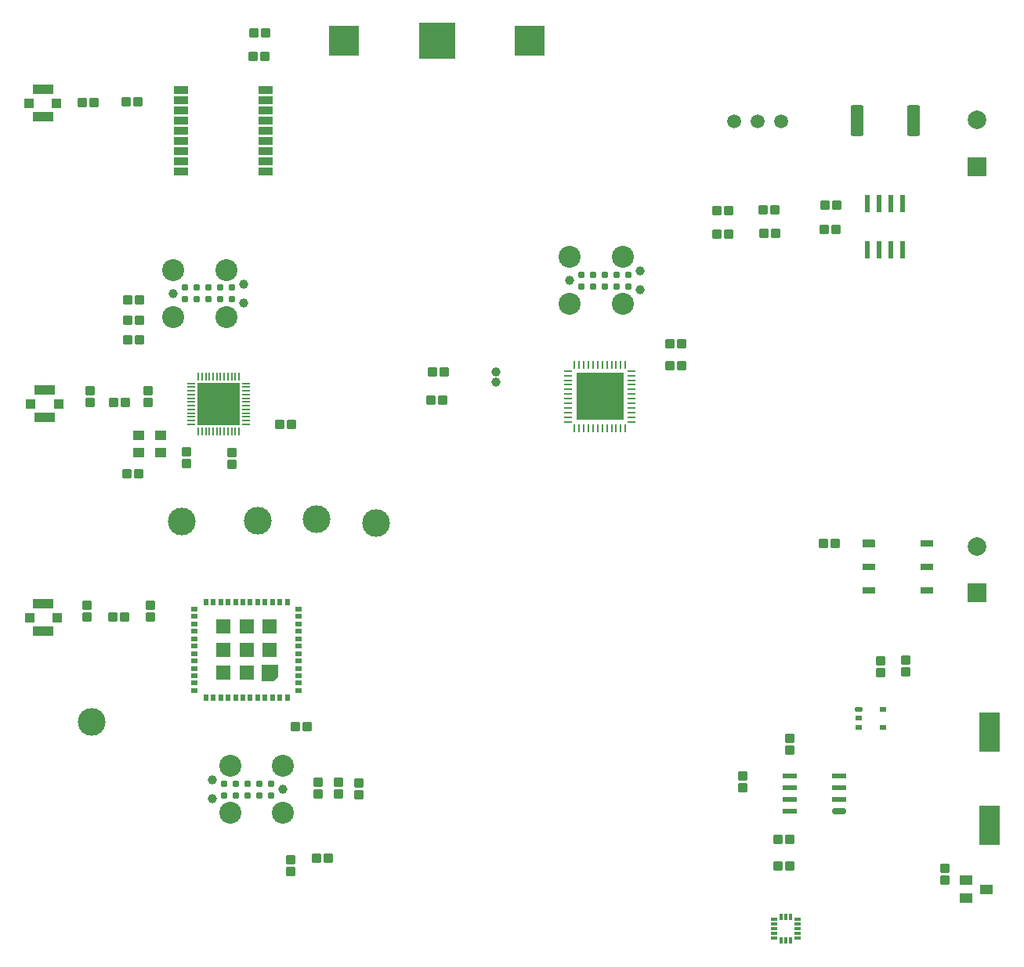
<source format=gbr>
%TF.GenerationSoftware,KiCad,Pcbnew,(5.99.0-10506-gb986797469)*%
%TF.CreationDate,2021-05-21T07:21:06+01:00*%
%TF.ProjectId,LoRa tracker,4c6f5261-2074-4726-9163-6b65722e6b69,rev?*%
%TF.SameCoordinates,Original*%
%TF.FileFunction,Soldermask,Top*%
%TF.FilePolarity,Negative*%
%FSLAX46Y46*%
G04 Gerber Fmt 4.6, Leading zero omitted, Abs format (unit mm)*
G04 Created by KiCad (PCBNEW (5.99.0-10506-gb986797469)) date 2021-05-21 07:21:06*
%MOMM*%
%LPD*%
G01*
G04 APERTURE LIST*
G04 Aperture macros list*
%AMRoundRect*
0 Rectangle with rounded corners*
0 $1 Rounding radius*
0 $2 $3 $4 $5 $6 $7 $8 $9 X,Y pos of 4 corners*
0 Add a 4 corners polygon primitive as box body*
4,1,4,$2,$3,$4,$5,$6,$7,$8,$9,$2,$3,0*
0 Add four circle primitives for the rounded corners*
1,1,$1+$1,$2,$3*
1,1,$1+$1,$4,$5*
1,1,$1+$1,$6,$7*
1,1,$1+$1,$8,$9*
0 Add four rect primitives between the rounded corners*
20,1,$1+$1,$2,$3,$4,$5,0*
20,1,$1+$1,$4,$5,$6,$7,0*
20,1,$1+$1,$6,$7,$8,$9,0*
20,1,$1+$1,$8,$9,$2,$3,0*%
%AMOutline5P*
0 Free polygon, 5 corners , with rotation*
0 The origin of the aperture is its center*
0 number of corners: always 8*
0 $1 to $10 corner X, Y*
0 $11 Rotation angle, in degrees counterclockwise*
0 create outline with 8 corners*
4,1,5,$1,$2,$3,$4,$5,$6,$7,$8,$9,$10,$1,$2,$11*%
%AMOutline6P*
0 Free polygon, 6 corners , with rotation*
0 The origin of the aperture is its center*
0 number of corners: always 6*
0 $1 to $12 corner X, Y*
0 $13 Rotation angle, in degrees counterclockwise*
0 create outline with 6 corners*
4,1,6,$1,$2,$3,$4,$5,$6,$7,$8,$9,$10,$11,$12,$1,$2,$13*%
%AMOutline7P*
0 Free polygon, 7 corners , with rotation*
0 The origin of the aperture is its center*
0 number of corners: always 7*
0 $1 to $14 corner X, Y*
0 $15 Rotation angle, in degrees counterclockwise*
0 create outline with 7 corners*
4,1,7,$1,$2,$3,$4,$5,$6,$7,$8,$9,$10,$11,$12,$13,$14,$1,$2,$15*%
%AMOutline8P*
0 Free polygon, 8 corners , with rotation*
0 The origin of the aperture is its center*
0 number of corners: always 8*
0 $1 to $16 corner X, Y*
0 $17 Rotation angle, in degrees counterclockwise*
0 create outline with 8 corners*
4,1,8,$1,$2,$3,$4,$5,$6,$7,$8,$9,$10,$11,$12,$13,$14,$15,$16,$1,$2,$17*%
G04 Aperture macros list end*
%ADD10C,0.990600*%
%ADD11C,0.787400*%
%ADD12C,2.374900*%
%ADD13R,5.150000X5.150000*%
%ADD14R,0.840000X0.260000*%
%ADD15R,0.260000X0.840000*%
%ADD16RoundRect,0.250000X-0.300000X0.250000X-0.300000X-0.250000X0.300000X-0.250000X0.300000X0.250000X0*%
%ADD17RoundRect,0.250000X0.300000X-0.250000X0.300000X0.250000X-0.300000X0.250000X-0.300000X-0.250000X0*%
%ADD18RoundRect,0.250000X0.250000X0.300000X-0.250000X0.300000X-0.250000X-0.300000X0.250000X-0.300000X0*%
%ADD19C,3.000000*%
%ADD20R,0.800000X0.300000*%
%ADD21R,0.300000X0.800000*%
%ADD22R,1.000000X1.000000*%
%ADD23R,2.200000X1.050000*%
%ADD24R,2.000000X2.000000*%
%ADD25C,2.000000*%
%ADD26R,0.810000X0.220000*%
%ADD27R,0.220000X0.810000*%
%ADD28R,4.600000X4.600000*%
%ADD29C,1.000000*%
%ADD30RoundRect,0.150000X-0.625000X0.150000X-0.625000X-0.150000X0.625000X-0.150000X0.625000X0.150000X0*%
%ADD31R,1.550000X0.600000*%
%ADD32RoundRect,0.250000X-0.250000X-0.300000X0.250000X-0.300000X0.250000X0.300000X-0.250000X0.300000X0*%
%ADD33R,2.310000X4.220000*%
%ADD34R,1.399540X0.998220*%
%ADD35RoundRect,0.137500X0.262500X-0.137500X0.262500X0.137500X-0.262500X0.137500X-0.262500X-0.137500X0*%
%ADD36R,0.800000X0.550000*%
%ADD37Outline5P,0.400000X0.700000X0.400000X-0.700000X-0.400000X-0.700000X-0.400000X0.540000X-0.240000X0.700000X270.000000*%
%ADD38R,1.400000X0.800000*%
%ADD39C,1.500000*%
%ADD40R,0.600000X1.970000*%
%ADD41R,1.210000X1.010000*%
%ADD42R,0.800000X0.500000*%
%ADD43R,0.500000X0.800000*%
%ADD44R,1.600000X1.600000*%
%ADD45RoundRect,0.249999X0.450001X1.425001X-0.450001X1.425001X-0.450001X-1.425001X0.450001X-1.425001X0*%
%ADD46R,3.180000X3.180000*%
%ADD47R,3.960000X3.960000*%
%ADD48R,1.600000X0.900000*%
G04 APERTURE END LIST*
%TO.C,U8*%
G36*
X123390000Y-163720000D02*
G01*
X122890000Y-164220000D01*
X121590000Y-164220000D01*
X121590000Y-162420000D01*
X123390000Y-162420000D01*
X123390000Y-163720000D01*
G37*
%TD*%
D10*
%TO.C,CON3*%
X116315000Y-176936000D03*
X116315000Y-174904000D03*
X123935000Y-175920000D03*
D11*
X122665000Y-175285000D03*
X121395000Y-175285000D03*
X120125000Y-175285000D03*
X118855000Y-175285000D03*
X117585000Y-175285000D03*
X117585000Y-176555000D03*
X118855000Y-176555000D03*
X120125000Y-176555000D03*
X121395000Y-176555000D03*
X122665000Y-176555000D03*
D12*
X123935000Y-178460000D03*
X123935000Y-173380000D03*
X118220000Y-173380000D03*
X118220000Y-178460000D03*
%TD*%
D13*
%TO.C,U7*%
X158180000Y-133410000D03*
D14*
X154745000Y-130660000D03*
X154745000Y-131160000D03*
X154745000Y-131660000D03*
X154745000Y-132160000D03*
X154745000Y-132660000D03*
X154745000Y-133160000D03*
X154745000Y-133660000D03*
X154745000Y-134160000D03*
X154745000Y-134660000D03*
X154745000Y-135160000D03*
X154745000Y-135660000D03*
X154745000Y-136160000D03*
D15*
X155430000Y-136845000D03*
X155930000Y-136845000D03*
X156430000Y-136845000D03*
X156930000Y-136845000D03*
X157430000Y-136845000D03*
X157930000Y-136845000D03*
X158430000Y-136845000D03*
X158930000Y-136845000D03*
X159430000Y-136845000D03*
X159930000Y-136845000D03*
X160430000Y-136845000D03*
X160930000Y-136845000D03*
D14*
X161615000Y-136160000D03*
X161615000Y-135660000D03*
X161615000Y-135160000D03*
X161615000Y-134660000D03*
X161615000Y-134160000D03*
X161615000Y-133660000D03*
X161615000Y-133160000D03*
X161615000Y-132660000D03*
X161615000Y-132160000D03*
X161615000Y-131660000D03*
X161615000Y-131160000D03*
X161615000Y-130660000D03*
D15*
X160930000Y-129975000D03*
X160430000Y-129975000D03*
X159930000Y-129975000D03*
X159430000Y-129975000D03*
X158930000Y-129975000D03*
X158430000Y-129975000D03*
X157930000Y-129975000D03*
X157430000Y-129975000D03*
X156930000Y-129975000D03*
X156430000Y-129975000D03*
X155930000Y-129975000D03*
X155430000Y-129975000D03*
%TD*%
D16*
%TO.C,C7*%
X122075000Y-94105000D03*
X120805000Y-94105000D03*
%TD*%
D17*
%TO.C,C10*%
X107120000Y-127280000D03*
X108390000Y-127280000D03*
%TD*%
D18*
%TO.C,C27*%
X129915000Y-176417500D03*
X129915000Y-175147500D03*
%TD*%
D19*
%TO.C,TP2*%
X127520000Y-146690000D03*
%TD*%
D20*
%TO.C,U3*%
X176975000Y-189950000D03*
X176975000Y-190450000D03*
X176975000Y-190950000D03*
X176975000Y-191450000D03*
X176975000Y-191950000D03*
D21*
X177750000Y-192225000D03*
X178250000Y-192225000D03*
X178750000Y-192225000D03*
D20*
X179525000Y-191950000D03*
X179525000Y-191450000D03*
X179525000Y-190950000D03*
X179525000Y-190450000D03*
X179525000Y-189950000D03*
D21*
X178750000Y-189675000D03*
X178250000Y-189675000D03*
X177750000Y-189675000D03*
%TD*%
D16*
%TO.C,C5*%
X183770000Y-112720000D03*
X182500000Y-112720000D03*
%TD*%
D17*
%TO.C,C21*%
X166970000Y-130110000D03*
X165700000Y-130110000D03*
%TD*%
D22*
%TO.C,AE3*%
X99540000Y-157320000D03*
X96540000Y-157320000D03*
D23*
X98040000Y-158795000D03*
X98040000Y-155845000D03*
%TD*%
D24*
%TO.C,J2*%
X198885000Y-154615000D03*
D25*
X198885000Y-149615000D03*
%TD*%
D16*
%TO.C,L1*%
X108280000Y-101590000D03*
X107010000Y-101590000D03*
%TD*%
D26*
%TO.C,U6*%
X119920000Y-136420000D03*
X119920000Y-136020000D03*
X119920000Y-135620000D03*
X119920000Y-135220000D03*
X119920000Y-134820000D03*
X119920000Y-134420000D03*
X119920000Y-134020000D03*
X119920000Y-133620000D03*
X119920000Y-133220000D03*
X119920000Y-132820000D03*
X119920000Y-132420000D03*
X119920000Y-132020000D03*
D27*
X119170000Y-131270000D03*
X118770000Y-131270000D03*
X118370000Y-131270000D03*
X117970000Y-131270000D03*
X117570000Y-131270000D03*
X117170000Y-131270000D03*
X116770000Y-131270000D03*
X116370000Y-131270000D03*
X115970000Y-131270000D03*
X115570000Y-131270000D03*
X115170000Y-131270000D03*
X114770000Y-131270000D03*
D26*
X114020000Y-132020000D03*
X114020000Y-132420000D03*
X114020000Y-132820000D03*
X114020000Y-133220000D03*
X114020000Y-133620000D03*
X114020000Y-134020000D03*
X114020000Y-134420000D03*
X114020000Y-134820000D03*
X114020000Y-135220000D03*
X114020000Y-135620000D03*
X114020000Y-136020000D03*
X114020000Y-136420000D03*
D27*
X114770000Y-137170000D03*
X115170000Y-137170000D03*
X115570000Y-137170000D03*
X115970000Y-137170000D03*
X116370000Y-137170000D03*
X116770000Y-137170000D03*
X117170000Y-137170000D03*
X117570000Y-137170000D03*
X117970000Y-137170000D03*
X118370000Y-137170000D03*
X118770000Y-137170000D03*
X119170000Y-137170000D03*
D28*
X116970000Y-134220000D03*
%TD*%
D16*
%TO.C,C15*%
X124855000Y-136425000D03*
X123585000Y-136425000D03*
%TD*%
D18*
%TO.C,R9*%
X124714000Y-184790000D03*
X124714000Y-183520000D03*
%TD*%
D16*
%TO.C,C31*%
X178715000Y-184165000D03*
X177445000Y-184165000D03*
%TD*%
D29*
%TO.C,Y2*%
X146970000Y-131880000D03*
X146970000Y-130780000D03*
%TD*%
D30*
%TO.C,U9*%
X184058578Y-178235000D03*
D31*
X184058578Y-176965000D03*
X184058578Y-175695000D03*
X184058578Y-174425000D03*
X178658578Y-174425000D03*
X178658578Y-175695000D03*
X178658578Y-176965000D03*
X178658578Y-178235000D03*
%TD*%
D17*
%TO.C,C11*%
X107160000Y-123010000D03*
X108430000Y-123010000D03*
%TD*%
D32*
%TO.C,C18*%
X113475000Y-139415000D03*
X113475000Y-140685000D03*
%TD*%
D18*
%TO.C,R2*%
X195410000Y-185750000D03*
X195410000Y-184480000D03*
%TD*%
%TO.C,C19*%
X103085000Y-134105000D03*
X103085000Y-132835000D03*
%TD*%
D33*
%TO.C,PZ1*%
X200250000Y-179795000D03*
X200250000Y-169705000D03*
%TD*%
D34*
%TO.C,Q1*%
X197760180Y-185745040D03*
X197760180Y-187644960D03*
X199959820Y-186695000D03*
%TD*%
D35*
%TO.C,U5*%
X186137500Y-167267500D03*
D36*
X186137500Y-168217500D03*
X186137500Y-169167500D03*
X188737500Y-169167500D03*
X188737500Y-167267500D03*
%TD*%
D37*
%TO.C,U4*%
X187210000Y-149270000D03*
D38*
X187210000Y-151810000D03*
X187210000Y-154350000D03*
X193510000Y-154350000D03*
X193510000Y-151810000D03*
X193510000Y-149270000D03*
%TD*%
D16*
%TO.C,R6*%
X106880000Y-134080000D03*
X105610000Y-134080000D03*
%TD*%
D18*
%TO.C,C26*%
X127680000Y-176400000D03*
X127680000Y-175130000D03*
%TD*%
D24*
%TO.C,J1*%
X198915000Y-108545000D03*
D25*
X198915000Y-103545000D03*
%TD*%
D18*
%TO.C,C30*%
X191190000Y-163237157D03*
X191190000Y-161967157D03*
%TD*%
D16*
%TO.C,C6*%
X183700000Y-115390000D03*
X182430000Y-115390000D03*
%TD*%
D10*
%TO.C,CON2*%
X162525000Y-119854000D03*
X162525000Y-121886000D03*
X154905000Y-120870000D03*
D11*
X156175000Y-121505000D03*
X157445000Y-121505000D03*
X158715000Y-121505000D03*
X159985000Y-121505000D03*
X161255000Y-121505000D03*
X161255000Y-120235000D03*
X159985000Y-120235000D03*
X158715000Y-120235000D03*
X157445000Y-120235000D03*
X156175000Y-120235000D03*
D12*
X154905000Y-118330000D03*
X154905000Y-123410000D03*
X160620000Y-123410000D03*
X160620000Y-118330000D03*
%TD*%
D39*
%TO.C,U2*%
X177790000Y-103650000D03*
X175250000Y-103650000D03*
X172710000Y-103650000D03*
%TD*%
D32*
%TO.C,R5*%
X173645000Y-174435000D03*
X173645000Y-175705000D03*
%TD*%
D16*
%TO.C,C1*%
X177105000Y-113245000D03*
X175835000Y-113245000D03*
%TD*%
%TO.C,R7*%
X126492000Y-169164000D03*
X125222000Y-169164000D03*
%TD*%
D18*
%TO.C,C25*%
X132110000Y-176450000D03*
X132110000Y-175180000D03*
%TD*%
%TO.C,C24*%
X102780000Y-157310000D03*
X102780000Y-156040000D03*
%TD*%
D40*
%TO.C,U1*%
X190875000Y-112590000D03*
X189605000Y-112590000D03*
X188335000Y-112590000D03*
X187065000Y-112590000D03*
X187065000Y-117530000D03*
X188335000Y-117530000D03*
X189605000Y-117530000D03*
X190875000Y-117530000D03*
%TD*%
D16*
%TO.C,R8*%
X106780000Y-157290000D03*
X105510000Y-157290000D03*
%TD*%
D41*
%TO.C,Y1*%
X110730000Y-137603609D03*
X108370000Y-137603609D03*
X108370000Y-139463609D03*
X110730000Y-139463609D03*
%TD*%
D17*
%TO.C,C12*%
X107180000Y-125170000D03*
X108450000Y-125170000D03*
%TD*%
D32*
%TO.C,R4*%
X178655000Y-170385000D03*
X178655000Y-171655000D03*
%TD*%
D19*
%TO.C,TP4*%
X121230000Y-146870000D03*
%TD*%
%TO.C,TP3*%
X133980000Y-147070000D03*
%TD*%
D18*
%TO.C,C28*%
X188520000Y-163280000D03*
X188520000Y-162010000D03*
%TD*%
D42*
%TO.C,U8*%
X125640000Y-165220000D03*
X125640000Y-164420000D03*
X125640000Y-163620000D03*
X125640000Y-162820000D03*
X125640000Y-162020000D03*
X125640000Y-161220000D03*
X125640000Y-160420000D03*
X125640000Y-159620000D03*
X125640000Y-158820000D03*
X125640000Y-158020000D03*
X125640000Y-157220000D03*
X125640000Y-156420000D03*
D43*
X124390000Y-155620000D03*
X123590000Y-155620000D03*
X122790000Y-155620000D03*
X121990000Y-155620000D03*
X121190000Y-155620000D03*
X120390000Y-155620000D03*
X119590000Y-155620000D03*
X118790000Y-155620000D03*
X117990000Y-155620000D03*
X117190000Y-155620000D03*
X116390000Y-155620000D03*
X115590000Y-155620000D03*
D42*
X114340000Y-156420000D03*
X114340000Y-157220000D03*
X114340000Y-158020000D03*
X114340000Y-158820000D03*
X114340000Y-159620000D03*
X114340000Y-160420000D03*
X114340000Y-161220000D03*
X114340000Y-162020000D03*
X114340000Y-162820000D03*
X114340000Y-163620000D03*
X114340000Y-164420000D03*
X114340000Y-165220000D03*
D43*
X115590000Y-166020000D03*
X116390000Y-166020000D03*
X117190000Y-166020000D03*
X117990000Y-166020000D03*
X118790000Y-166020000D03*
X119590000Y-166020000D03*
X120390000Y-166020000D03*
X121190000Y-166020000D03*
X121990000Y-166020000D03*
X122790000Y-166020000D03*
X123590000Y-166020000D03*
X124390000Y-166020000D03*
D44*
X119990000Y-163320000D03*
X117490000Y-163320000D03*
X122490000Y-160820000D03*
X119990000Y-160820000D03*
X117490000Y-160820000D03*
X122490000Y-158320000D03*
X119990000Y-158320000D03*
X117490000Y-158320000D03*
D22*
X122490000Y-163320000D03*
%TD*%
D16*
%TO.C,C9*%
X103515000Y-101605000D03*
X102245000Y-101605000D03*
%TD*%
D18*
%TO.C,C16*%
X109330000Y-134070000D03*
X109330000Y-132800000D03*
%TD*%
D19*
%TO.C,TP5*%
X112980000Y-146920000D03*
%TD*%
D10*
%TO.C,CON1*%
X119685000Y-121254000D03*
X119685000Y-123286000D03*
X112065000Y-122270000D03*
D11*
X113335000Y-122905000D03*
X114605000Y-122905000D03*
X115875000Y-122905000D03*
X117145000Y-122905000D03*
X118415000Y-122905000D03*
X118415000Y-121635000D03*
X117145000Y-121635000D03*
X115875000Y-121635000D03*
X114605000Y-121635000D03*
X113335000Y-121635000D03*
D12*
X112065000Y-119730000D03*
X112065000Y-124810000D03*
X117780000Y-124810000D03*
X117780000Y-119730000D03*
%TD*%
D18*
%TO.C,C13*%
X118370000Y-140790000D03*
X118370000Y-139520000D03*
%TD*%
D17*
%TO.C,C32*%
X127508000Y-183388000D03*
X128778000Y-183388000D03*
%TD*%
D16*
%TO.C,C8*%
X121985000Y-96675000D03*
X120715000Y-96675000D03*
%TD*%
D17*
%TO.C,R3*%
X182345000Y-149295000D03*
X183615000Y-149295000D03*
%TD*%
%TO.C,C4*%
X170815000Y-115865000D03*
X172085000Y-115865000D03*
%TD*%
D16*
%TO.C,C17*%
X108295000Y-141805000D03*
X107025000Y-141805000D03*
%TD*%
D17*
%TO.C,C33*%
X140120000Y-130750000D03*
X141390000Y-130750000D03*
%TD*%
D16*
%TO.C,C2*%
X177145000Y-115745000D03*
X175875000Y-115745000D03*
%TD*%
%TO.C,C29*%
X178727157Y-181330000D03*
X177457157Y-181330000D03*
%TD*%
D19*
%TO.C,TP1*%
X103280000Y-168580000D03*
%TD*%
D45*
%TO.C,R1*%
X192060000Y-103610000D03*
X185960000Y-103610000D03*
%TD*%
D22*
%TO.C,AE1*%
X99480000Y-101690000D03*
X96480000Y-101690000D03*
D23*
X97980000Y-103165000D03*
X97980000Y-100215000D03*
%TD*%
D46*
%TO.C,BT1*%
X150580000Y-94990000D03*
X130540000Y-94990000D03*
D47*
X140560000Y-94990000D03*
%TD*%
D48*
%TO.C,MOD2*%
X122068596Y-109080000D03*
X122068596Y-107980000D03*
X122068596Y-106880000D03*
X122068596Y-105780000D03*
X122068596Y-104680000D03*
X122068596Y-103580000D03*
X122068596Y-102480000D03*
X122068596Y-101380000D03*
X122068596Y-100280000D03*
X112868596Y-100280000D03*
X112868596Y-101380000D03*
X112868596Y-102480000D03*
X112868596Y-103580000D03*
X112868596Y-104680000D03*
X112868596Y-105780000D03*
X112868596Y-106880000D03*
X112868596Y-107980000D03*
X112868596Y-109080000D03*
%TD*%
D22*
%TO.C,AE2*%
X99680000Y-134220000D03*
X96680000Y-134220000D03*
D23*
X98180000Y-135695000D03*
X98180000Y-132745000D03*
%TD*%
D17*
%TO.C,C22*%
X165700000Y-127720000D03*
X166970000Y-127720000D03*
%TD*%
%TO.C,C34*%
X139950000Y-133830000D03*
X141220000Y-133830000D03*
%TD*%
D18*
%TO.C,C23*%
X109580000Y-157270000D03*
X109580000Y-156000000D03*
%TD*%
D17*
%TO.C,C3*%
X170820000Y-113370000D03*
X172090000Y-113370000D03*
%TD*%
M02*

</source>
